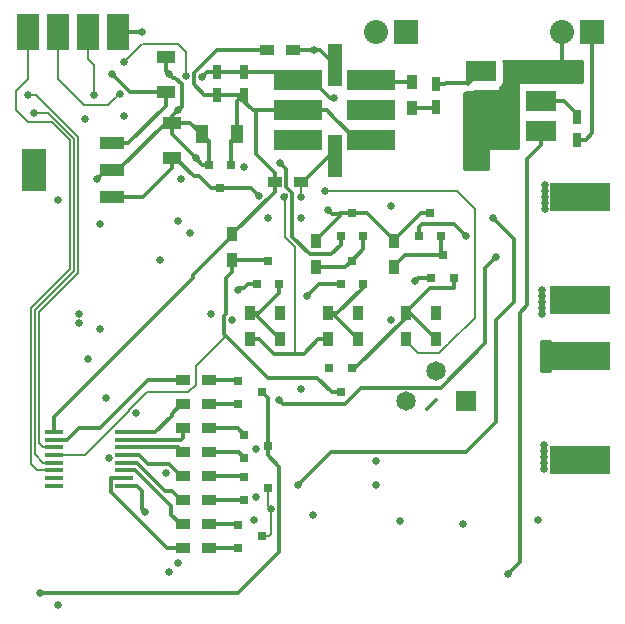
<source format=gbr>
G04 #@! TF.FileFunction,Copper,L4,Bot,Signal*
%FSLAX46Y46*%
G04 Gerber Fmt 4.6, Leading zero omitted, Abs format (unit mm)*
G04 Created by KiCad (PCBNEW (2015-03-31 BZR 5561)-product) date Tue 28 Apr 2015 10:13:20 PM CDT*
%MOMM*%
G01*
G04 APERTURE LIST*
%ADD10C,0.100000*%
%ADD11C,1.651000*%
%ADD12R,1.651000X1.651000*%
%ADD13R,2.032000X3.657600*%
%ADD14R,2.032000X1.016000*%
%ADD15R,0.750000X1.200000*%
%ADD16R,2.540000X1.651000*%
%ADD17R,1.200000X0.900000*%
%ADD18R,0.900000X1.200000*%
%ADD19R,4.150000X1.700000*%
%ADD20R,1.300000X3.540000*%
%ADD21R,1.600000X1.000000*%
%ADD22R,1.000000X1.600000*%
%ADD23R,0.800100X0.800100*%
%ADD24R,1.500000X0.450000*%
%ADD25R,5.080000X2.413000*%
%ADD26R,2.032000X2.032000*%
%ADD27O,2.032000X2.032000*%
%ADD28R,1.905000X3.048000*%
%ADD29C,0.635000*%
%ADD30C,0.355600*%
%ADD31C,0.177800*%
%ADD32C,0.254000*%
G04 APERTURE END LIST*
D10*
D11*
X107696000Y-134366000D03*
X110236000Y-131826000D03*
D12*
X112776000Y-134366000D03*
D13*
X76200000Y-114808000D03*
D14*
X82804000Y-114808000D03*
X82804000Y-117094000D03*
X82804000Y-112522000D03*
D15*
X91694000Y-108392000D03*
X91694000Y-106492000D03*
X93980000Y-108392000D03*
X93980000Y-106492000D03*
D16*
X119126000Y-106426000D03*
X119126000Y-108966000D03*
X119126000Y-111506000D03*
X114046000Y-111506000D03*
X114046000Y-108966000D03*
X114046000Y-106426000D03*
D15*
X110236000Y-107508000D03*
X110236000Y-109408000D03*
X122174000Y-112202000D03*
X122174000Y-110302000D03*
D17*
X98128000Y-104648000D03*
X95928000Y-104648000D03*
X98806000Y-115824000D03*
X96606000Y-115824000D03*
D18*
X108204000Y-109558000D03*
X108204000Y-107358000D03*
D19*
X98552000Y-112268000D03*
X98552000Y-109728000D03*
X98552000Y-107188000D03*
X104752000Y-107188000D03*
X104752000Y-109728000D03*
X104752000Y-112268000D03*
D20*
X101652000Y-113580500D03*
X101652000Y-105875500D03*
D21*
X87376000Y-108180000D03*
X87376000Y-105180000D03*
X87884000Y-113768000D03*
X87884000Y-110768000D03*
D22*
X93424000Y-111760000D03*
X90424000Y-111760000D03*
D23*
X101224000Y-131572000D03*
X103124000Y-131572000D03*
X102174000Y-133570980D03*
X93487240Y-134554000D03*
X93487240Y-132654000D03*
X95486220Y-133604000D03*
X94013020Y-139126000D03*
X94013020Y-137226000D03*
X96012000Y-138176000D03*
X94013020Y-142682000D03*
X94013020Y-140782000D03*
X96012000Y-141732000D03*
X93487240Y-146746000D03*
X93487240Y-144846000D03*
X95486220Y-145796000D03*
D18*
X101092000Y-129116000D03*
X101092000Y-126916000D03*
X94488000Y-129116000D03*
X94488000Y-126916000D03*
X103632000Y-126916000D03*
X103632000Y-129116000D03*
X97028000Y-126916000D03*
X97028000Y-129116000D03*
X100076000Y-120820000D03*
X100076000Y-123020000D03*
X92964000Y-120228000D03*
X92964000Y-122428000D03*
X107696000Y-129116000D03*
X107696000Y-126916000D03*
X110236000Y-126916000D03*
X110236000Y-129116000D03*
X106680000Y-120820000D03*
X106680000Y-123020000D03*
D17*
X91016000Y-132588000D03*
X88816000Y-132588000D03*
X91016000Y-134620000D03*
X88816000Y-134620000D03*
X91016000Y-136652000D03*
X88816000Y-136652000D03*
X91016000Y-138684000D03*
X88816000Y-138684000D03*
X91016000Y-140716000D03*
X88816000Y-140716000D03*
X91016000Y-142748000D03*
X88816000Y-142748000D03*
X91016000Y-144780000D03*
X88816000Y-144780000D03*
X91016000Y-146812000D03*
X88816000Y-146812000D03*
D24*
X83820000Y-136958000D03*
X83820000Y-137608000D03*
X83820000Y-138258000D03*
X83820000Y-138908000D03*
X83820000Y-139558000D03*
X83820000Y-140208000D03*
X83820000Y-140858000D03*
X83820000Y-141508000D03*
X77920000Y-141508000D03*
X77920000Y-140858000D03*
X77920000Y-140208000D03*
X77920000Y-139558000D03*
X77920000Y-138908000D03*
X77920000Y-138258000D03*
X77920000Y-137608000D03*
X77920000Y-136958000D03*
D23*
X104074000Y-124444760D03*
X102174000Y-124444760D03*
X103124000Y-122445780D03*
X96962000Y-124444760D03*
X95062000Y-124444760D03*
X96012000Y-122445780D03*
X104074000Y-120380760D03*
X102174000Y-120380760D03*
X103124000Y-118381780D03*
X111760000Y-123952000D03*
X109860000Y-123952000D03*
X110810000Y-121953020D03*
X110678000Y-120380760D03*
X108778000Y-120380760D03*
X109728000Y-118381780D03*
X90998000Y-114315240D03*
X92898000Y-114315240D03*
X91948000Y-116314220D03*
D25*
X122428000Y-130556000D03*
X122428000Y-139319000D03*
X122428000Y-117030500D03*
X122428000Y-125793500D03*
D26*
X107696000Y-103124000D03*
D27*
X105156000Y-103124000D03*
D26*
X123444000Y-103124000D03*
D27*
X120904000Y-103124000D03*
D28*
X80772000Y-103124000D03*
X78232000Y-103124000D03*
X75692000Y-103124000D03*
X83312000Y-103124000D03*
D29*
X119380000Y-140081000D03*
X119380000Y-139573000D03*
X119380000Y-139065000D03*
X119380000Y-138557000D03*
X119380000Y-138049000D03*
X119253000Y-127000000D03*
X119253000Y-126492000D03*
X119253000Y-125984000D03*
X119253000Y-125476000D03*
X119253000Y-124968000D03*
X119507000Y-118110000D03*
X119507000Y-117602000D03*
X119507000Y-117094000D03*
X119507000Y-116586000D03*
X119507000Y-116078000D03*
X85344000Y-103124000D03*
X87615855Y-106665855D03*
X90424000Y-106934000D03*
X85598000Y-143764000D03*
X81534000Y-115570000D03*
X93472000Y-124968000D03*
X88392000Y-109728000D03*
X122174000Y-106934000D03*
X116078000Y-111506000D03*
X122174000Y-105918000D03*
X121158000Y-106934000D03*
X121158000Y-105918000D03*
X116332000Y-107950000D03*
X117016881Y-106757119D03*
X113792000Y-114300000D03*
X113792000Y-113284000D03*
X116078000Y-110236000D03*
X116078000Y-108966000D03*
X106426000Y-117856000D03*
X108458000Y-124206000D03*
X106426000Y-127508000D03*
X88646000Y-115570000D03*
X83820000Y-110236000D03*
X80518000Y-110490000D03*
X78232000Y-151638000D03*
X98806000Y-133350000D03*
X98806000Y-118872000D03*
X96012000Y-118872000D03*
X99314000Y-125476000D03*
X105156000Y-141478000D03*
X105156000Y-139446000D03*
X94996000Y-138430000D03*
X94996000Y-142494000D03*
X87630000Y-148844000D03*
X88392000Y-148082000D03*
X82550000Y-139192000D03*
X87376000Y-140462000D03*
X80772000Y-130810000D03*
X84836000Y-135382000D03*
X82296000Y-134112000D03*
X92964000Y-127508000D03*
X91186000Y-127000000D03*
X81824702Y-128270000D03*
X80010000Y-127000000D03*
X80010000Y-127762000D03*
X88392000Y-119126000D03*
X89408000Y-120142000D03*
X86868000Y-122428000D03*
X78232000Y-117348000D03*
X81788000Y-119380000D03*
X112522000Y-144780000D03*
X107188000Y-144526000D03*
X99822000Y-144018000D03*
X101600000Y-108712000D03*
X94867479Y-144387118D03*
X119380000Y-130556000D03*
X119380000Y-131064000D03*
X119380000Y-130048000D03*
X119380000Y-129540000D03*
X119380000Y-131572000D03*
X89916000Y-113792000D03*
X93980000Y-114554000D03*
X118872000Y-144399000D03*
X116332000Y-148971000D03*
X112776000Y-120396000D03*
X115316000Y-122174000D03*
X96951000Y-134289000D03*
X76708000Y-150622000D03*
X97028000Y-114173000D03*
X99951868Y-104648000D03*
X98806000Y-117094000D03*
X83479678Y-108318280D03*
X82804000Y-106680000D03*
X101092000Y-118173490D03*
X95274993Y-116972765D03*
X96266000Y-143510000D03*
X98552000Y-141478000D03*
X115062000Y-118872000D03*
X83820000Y-105664000D03*
X97396280Y-117043180D03*
X89045368Y-106816922D03*
X81280000Y-108458000D03*
X100838000Y-116586000D03*
X76200000Y-109982000D03*
X75692000Y-108458000D03*
D30*
X109474000Y-135001000D02*
X110236000Y-134239000D01*
X83312000Y-103124000D02*
X85344000Y-103124000D01*
X120904000Y-103124000D02*
X120904000Y-105664000D01*
X120904000Y-105664000D02*
X121158000Y-105918000D01*
X87376000Y-106426000D02*
X87615855Y-106665855D01*
X87933354Y-106983354D02*
X87615855Y-106665855D01*
X87376000Y-105180000D02*
X87376000Y-106426000D01*
X88709499Y-109410501D02*
X88709499Y-107527697D01*
X88392000Y-109728000D02*
X88709499Y-109410501D01*
X88709499Y-107527697D02*
X88165156Y-106983354D01*
X88165156Y-106983354D02*
X87933354Y-106983354D01*
X91694000Y-106492000D02*
X90866000Y-106492000D01*
X90866000Y-106492000D02*
X90424000Y-106934000D01*
X85344000Y-141926400D02*
X85344000Y-143510000D01*
X85344000Y-143510000D02*
X85598000Y-143764000D01*
X83820000Y-141508000D02*
X84925600Y-141508000D01*
X84925600Y-141508000D02*
X85344000Y-141926400D01*
X82804000Y-114808000D02*
X82296000Y-114808000D01*
X82296000Y-114808000D02*
X81534000Y-115570000D01*
X82804000Y-114808000D02*
X83312000Y-114808000D01*
X83312000Y-114808000D02*
X87352000Y-110768000D01*
X87352000Y-110768000D02*
X87884000Y-110768000D01*
X102174000Y-124444760D02*
X100345240Y-124444760D01*
X100345240Y-124444760D02*
X99314000Y-125476000D01*
X93980000Y-124771110D02*
X93668890Y-124771110D01*
X93668890Y-124771110D02*
X93472000Y-124968000D01*
X95062000Y-124444760D02*
X94306350Y-124444760D01*
X94306350Y-124444760D02*
X93980000Y-124771110D01*
X109860000Y-123952000D02*
X108712000Y-123952000D01*
X108712000Y-123952000D02*
X108458000Y-124206000D01*
X87884000Y-110768000D02*
X87884000Y-110236000D01*
X87884000Y-110236000D02*
X88392000Y-109728000D01*
X90998000Y-114315240D02*
X90998000Y-112334000D01*
X90998000Y-112334000D02*
X90424000Y-111760000D01*
X87884000Y-110768000D02*
X89432000Y-110768000D01*
X89432000Y-110768000D02*
X90424000Y-111760000D01*
X121666000Y-106426000D02*
X122174000Y-106934000D01*
X119126000Y-106426000D02*
X121666000Y-106426000D01*
X121666000Y-106426000D02*
X122174000Y-105918000D01*
X120650000Y-106426000D02*
X121158000Y-106934000D01*
X119126000Y-106426000D02*
X120650000Y-106426000D01*
X120650000Y-106426000D02*
X121158000Y-105918000D01*
X119126000Y-106426000D02*
X117856000Y-106426000D01*
X117856000Y-106426000D02*
X116332000Y-107950000D01*
X116078000Y-107696000D02*
X117016881Y-106757119D01*
X119126000Y-106426000D02*
X117348000Y-106426000D01*
X117348000Y-106426000D02*
X117016881Y-106757119D01*
X114046000Y-111506000D02*
X114046000Y-114046000D01*
X114046000Y-114046000D02*
X113792000Y-114300000D01*
X114046000Y-111506000D02*
X114046000Y-113030000D01*
X114046000Y-113030000D02*
X113792000Y-113284000D01*
X114046000Y-111506000D02*
X114808000Y-111506000D01*
X114808000Y-111506000D02*
X116078000Y-110236000D01*
X114046000Y-111506000D02*
X116078000Y-111506000D01*
X114046000Y-108966000D02*
X116078000Y-108966000D01*
X116078000Y-108559600D02*
X116078000Y-107696000D01*
X114046000Y-108966000D02*
X115671600Y-108966000D01*
X115671600Y-108966000D02*
X116078000Y-108559600D01*
X114046000Y-111506000D02*
X114046000Y-108966000D01*
X93980000Y-106492000D02*
X97856000Y-106492000D01*
X97856000Y-106492000D02*
X98552000Y-107188000D01*
X93980000Y-106492000D02*
X91694000Y-106492000D01*
X87584000Y-110768000D02*
X87884000Y-110768000D01*
X101301000Y-108712000D02*
X101600000Y-108712000D01*
X99777000Y-107188000D02*
X101301000Y-108712000D01*
X98552000Y-107188000D02*
X99777000Y-107188000D01*
X119380000Y-130556000D02*
X119380000Y-131064000D01*
X119380000Y-130048000D02*
X119380000Y-129540000D01*
X119380000Y-131572000D02*
X119380000Y-129540000D01*
X90998000Y-114315240D02*
X90439240Y-114315240D01*
X90439240Y-114315240D02*
X89916000Y-113792000D01*
X87884000Y-110768000D02*
X87884000Y-111760000D01*
X87884000Y-111760000D02*
X89916000Y-113792000D01*
X119126000Y-112687100D02*
X119126000Y-111506000D01*
X117983000Y-113830100D02*
X119126000Y-112687100D01*
X117983000Y-126238000D02*
X117983000Y-113830100D01*
X117348010Y-126872990D02*
X117983000Y-126238000D01*
X117348010Y-147954990D02*
X117348010Y-126872990D01*
X116332000Y-148971000D02*
X117348010Y-147954990D01*
X111760000Y-119380000D02*
X109023110Y-119380000D01*
X109023110Y-119380000D02*
X108778000Y-119625110D01*
X108778000Y-119625110D02*
X108778000Y-120380760D01*
X112776000Y-120396000D02*
X111760000Y-119380000D01*
X115316000Y-122174000D02*
X114427000Y-123063000D01*
X114427000Y-123063000D02*
X114427000Y-129413000D01*
X114427000Y-129413000D02*
X110629701Y-133210299D01*
X103929143Y-133210299D02*
X102532943Y-134606499D01*
X110629701Y-133210299D02*
X103929143Y-133210299D01*
X102532943Y-134606499D02*
X97268499Y-134606499D01*
X97268499Y-134606499D02*
X96951000Y-134289000D01*
X96012000Y-138176000D02*
X96012000Y-134112000D01*
X95994220Y-134112000D02*
X95486220Y-133604000D01*
X96012000Y-134112000D02*
X95994220Y-134112000D01*
X96012000Y-138176000D02*
X96012000Y-138931650D01*
X77157012Y-150622000D02*
X76708000Y-150622000D01*
X96964501Y-147129499D02*
X93472000Y-150622000D01*
X96012000Y-138931650D02*
X96964501Y-139884151D01*
X96964501Y-139884151D02*
X96964501Y-147129499D01*
X93472000Y-150622000D02*
X77157012Y-150622000D01*
X102174000Y-121136410D02*
X101390410Y-121920000D01*
X102174000Y-120380760D02*
X102174000Y-121136410D01*
X97536201Y-115109839D02*
X97536000Y-115109638D01*
X97536201Y-116224503D02*
X97536201Y-115109839D01*
X98043981Y-116732283D02*
X97536201Y-116224503D01*
X98043981Y-120432343D02*
X98043981Y-116732283D01*
X99531638Y-121920000D02*
X98043981Y-120432343D01*
X101390410Y-121920000D02*
X99531638Y-121920000D01*
X97536201Y-114681201D02*
X97536201Y-115109839D01*
X97028000Y-114173000D02*
X97536201Y-114681201D01*
X122174000Y-112202000D02*
X122904600Y-112202000D01*
X122904600Y-112202000D02*
X123444000Y-111662600D01*
X123444000Y-111662600D02*
X123444000Y-103124000D01*
X112964000Y-107508000D02*
X113075276Y-107396724D01*
X113075276Y-107396724D02*
X114046000Y-106426000D01*
X110966600Y-107508000D02*
X111077876Y-107396724D01*
X111077876Y-107396724D02*
X113075276Y-107396724D01*
X110236000Y-107508000D02*
X110966600Y-107508000D01*
X90963400Y-108392000D02*
X91694000Y-108392000D01*
X90594218Y-108392000D02*
X90963400Y-108392000D01*
X89725499Y-107523281D02*
X90594218Y-108392000D01*
X89725499Y-106598719D02*
X89725499Y-107523281D01*
X91676218Y-104648000D02*
X89725499Y-106598719D01*
X95928000Y-104648000D02*
X91676218Y-104648000D01*
X89662000Y-123952000D02*
X89662000Y-123680000D01*
X89662000Y-123680000D02*
X92964000Y-120378000D01*
X92964000Y-120378000D02*
X92964000Y-120228000D01*
X77920000Y-135694000D02*
X89662000Y-123952000D01*
X77920000Y-136958000D02*
X77920000Y-135694000D01*
X93424000Y-111760000D02*
X93424000Y-108948000D01*
X93424000Y-108948000D02*
X93980000Y-108392000D01*
X92898000Y-114315240D02*
X92898000Y-112286000D01*
X92898000Y-112286000D02*
X93424000Y-111760000D01*
X94732043Y-109728000D02*
X94868664Y-109728000D01*
X94868664Y-109728000D02*
X98552000Y-109728000D01*
X101600000Y-110345400D02*
X101604400Y-110345400D01*
X101604400Y-110345400D02*
X103527000Y-112268000D01*
X103527000Y-112268000D02*
X104752000Y-112268000D01*
X98552000Y-109728000D02*
X100982600Y-109728000D01*
X100982600Y-109728000D02*
X101600000Y-110345400D01*
X93396043Y-108392000D02*
X93980000Y-108392000D01*
X91694000Y-108392000D02*
X93396043Y-108392000D01*
X93396043Y-108392000D02*
X94732043Y-109728000D01*
X96606000Y-115824000D02*
X96606000Y-116629600D01*
X96606000Y-116629600D02*
X93007600Y-120228000D01*
X93007600Y-120228000D02*
X92964000Y-120228000D01*
X94996000Y-113408400D02*
X94996000Y-109855336D01*
X96606000Y-115824000D02*
X96606000Y-115018400D01*
X96606000Y-115018400D02*
X94996000Y-113408400D01*
X94996000Y-109855336D02*
X94868664Y-109728000D01*
X108204000Y-109558000D02*
X110086000Y-109558000D01*
X110086000Y-109558000D02*
X110236000Y-109408000D01*
X122174000Y-110077000D02*
X122174000Y-110302000D01*
X121063000Y-108966000D02*
X122174000Y-110077000D01*
X119126000Y-108966000D02*
X121063000Y-108966000D01*
X98128000Y-104648000D02*
X99951868Y-104648000D01*
X99951868Y-104648000D02*
X100424500Y-104648000D01*
X100424500Y-104648000D02*
X101652000Y-105875500D01*
D31*
X78232000Y-105610110D02*
X78232000Y-107111800D01*
X78232000Y-105410000D02*
X78232000Y-105610110D01*
X78232000Y-105610110D02*
X78232000Y-103124000D01*
X98806000Y-117094000D02*
X98806000Y-115824000D01*
D30*
X98806000Y-115824000D02*
X98956000Y-115824000D01*
X98956000Y-115824000D02*
X101199500Y-113580500D01*
X101199500Y-113580500D02*
X101652000Y-113580500D01*
D31*
X83162179Y-108635779D02*
X83479678Y-108318280D01*
X80429193Y-109308993D02*
X82488965Y-109308993D01*
X78232000Y-107111800D02*
X80429193Y-109308993D01*
X82488965Y-109308993D02*
X83162179Y-108635779D01*
D30*
X108204000Y-107358000D02*
X104922000Y-107358000D01*
X104922000Y-107358000D02*
X104752000Y-107188000D01*
X87376000Y-108180000D02*
X84304000Y-108180000D01*
X84304000Y-108180000D02*
X82804000Y-106680000D01*
X82804000Y-112522000D02*
X84175600Y-112522000D01*
X84175600Y-112522000D02*
X87376000Y-109321600D01*
X87376000Y-109321600D02*
X87376000Y-108180000D01*
X82804000Y-117094000D02*
X85413600Y-117094000D01*
X85413600Y-117094000D02*
X87884000Y-114623600D01*
X87884000Y-114623600D02*
X87884000Y-113768000D01*
X87860000Y-113792000D02*
X87884000Y-113768000D01*
X101092000Y-118173490D02*
X101409499Y-118490989D01*
X101409499Y-118490989D02*
X101981011Y-118490989D01*
X101981011Y-118490989D02*
X102090220Y-118381780D01*
X106680000Y-120820000D02*
X106680000Y-120670000D01*
X106680000Y-120670000D02*
X108968220Y-118381780D01*
X108968220Y-118381780D02*
X108972350Y-118381780D01*
X108972350Y-118381780D02*
X109728000Y-118381780D01*
X103124000Y-118381780D02*
X104391780Y-118381780D01*
X104391780Y-118381780D02*
X106680000Y-120670000D01*
X102090220Y-118381780D02*
X102090220Y-118655780D01*
X102090220Y-118655780D02*
X100076000Y-120670000D01*
X100076000Y-120670000D02*
X100076000Y-120820000D01*
X103124000Y-118381780D02*
X102090220Y-118381780D01*
X87654000Y-113538000D02*
X87884000Y-113768000D01*
X91948000Y-116314220D02*
X94616448Y-116314220D01*
X94616448Y-116314220D02*
X95274993Y-116972765D01*
X91948000Y-116314220D02*
X91192350Y-116314220D01*
X91192350Y-116314220D02*
X90194130Y-115316000D01*
X90194130Y-115316000D02*
X89732000Y-115316000D01*
X89732000Y-115316000D02*
X88184000Y-113768000D01*
X88184000Y-113768000D02*
X87884000Y-113768000D01*
X103124000Y-131572000D02*
X103395782Y-131572000D01*
X103395782Y-131572000D02*
X107696000Y-127271782D01*
X107696000Y-127271782D02*
X107696000Y-126916000D01*
X107696000Y-126916000D02*
X108036000Y-126916000D01*
X108036000Y-126916000D02*
X110236000Y-129116000D01*
X111760000Y-123952000D02*
X111760000Y-124707650D01*
X111734599Y-124733051D02*
X109728949Y-124733051D01*
X111760000Y-124707650D02*
X111734599Y-124733051D01*
X109728949Y-124733051D02*
X107696000Y-126766000D01*
X107696000Y-126766000D02*
X107696000Y-126916000D01*
D31*
X77920000Y-138908000D02*
X80548000Y-138908000D01*
X84277199Y-135113775D02*
X85786974Y-133604000D01*
X80548000Y-138908000D02*
X84277199Y-135178801D01*
X84277199Y-135178801D02*
X84277199Y-135113775D01*
X85786974Y-133604000D02*
X89284342Y-133604000D01*
X89284342Y-133604000D02*
X89916000Y-132972342D01*
X89916000Y-132972342D02*
X89916000Y-131383026D01*
X89916000Y-131383026D02*
X92265499Y-129033527D01*
X92265499Y-129033527D02*
X92265499Y-128629301D01*
D30*
X92964000Y-122428000D02*
X92964000Y-123383600D01*
X92964000Y-123383600D02*
X92456000Y-123891600D01*
X92456000Y-123891600D02*
X92456000Y-126982218D01*
X92456000Y-126982218D02*
X92265499Y-127172719D01*
X92265499Y-127172719D02*
X92265499Y-128629301D01*
X92265499Y-128629301D02*
X95989249Y-132353051D01*
X100200421Y-132353051D02*
X101418350Y-133570980D01*
X95989249Y-132353051D02*
X100200421Y-132353051D01*
X101418350Y-133570980D02*
X102174000Y-133570980D01*
X92964000Y-122428000D02*
X95994220Y-122428000D01*
X95994220Y-122428000D02*
X96012000Y-122445780D01*
X93421240Y-134620000D02*
X93487240Y-134554000D01*
X91016000Y-134620000D02*
X93421240Y-134620000D01*
X93421240Y-132588000D02*
X93487240Y-132654000D01*
X91016000Y-132588000D02*
X93421240Y-132588000D01*
X93571020Y-138684000D02*
X94013020Y-139126000D01*
X91016000Y-138684000D02*
X93571020Y-138684000D01*
X93439020Y-136652000D02*
X94013020Y-137226000D01*
X91016000Y-136652000D02*
X93439020Y-136652000D01*
X93947020Y-142748000D02*
X94013020Y-142682000D01*
X91016000Y-142748000D02*
X93947020Y-142748000D01*
X93947020Y-140716000D02*
X94013020Y-140782000D01*
X91016000Y-140716000D02*
X93947020Y-140716000D01*
D31*
X96266000Y-143510000D02*
X96266000Y-145594070D01*
X96012000Y-143256000D02*
X96266000Y-143510000D01*
X96266000Y-145594070D02*
X96064070Y-145796000D01*
X96064070Y-145796000D02*
X95486220Y-145796000D01*
X96012000Y-141732000D02*
X96012000Y-143256000D01*
D30*
X115316000Y-136144000D02*
X112776000Y-138684000D01*
X101346000Y-138684000D02*
X98552000Y-141478000D01*
X112776000Y-138684000D02*
X101346000Y-138684000D01*
X116840000Y-125984000D02*
X115316000Y-127508000D01*
X115316000Y-127508000D02*
X115316000Y-136144000D01*
X115062000Y-118872000D02*
X116840000Y-120650000D01*
X116840000Y-120650000D02*
X116840000Y-125984000D01*
X93421240Y-146812000D02*
X93487240Y-146746000D01*
X91016000Y-146812000D02*
X93421240Y-146812000D01*
X93421240Y-144780000D02*
X93487240Y-144846000D01*
X91016000Y-144780000D02*
X93421240Y-144780000D01*
D31*
X83820000Y-105664000D02*
X85344000Y-104140000D01*
X86360000Y-104140000D02*
X86479334Y-104140000D01*
X86479334Y-104140000D02*
X88392000Y-104140000D01*
X85458300Y-104140000D02*
X86479334Y-104140000D01*
X97460574Y-117043180D02*
X97396280Y-117043180D01*
X97599877Y-116903877D02*
X97460574Y-117043180D01*
X89045368Y-106367910D02*
X89045368Y-106816922D01*
X89045368Y-104793368D02*
X89045368Y-106367910D01*
X88392000Y-104140000D02*
X89045368Y-104793368D01*
X97599877Y-116903877D02*
X97536000Y-116840000D01*
D30*
X98340930Y-130342400D02*
X96520000Y-130342400D01*
X99060000Y-130342400D02*
X98340930Y-130342400D01*
X96520000Y-130342400D02*
X95293600Y-129116000D01*
X95293600Y-129116000D02*
X94488000Y-129116000D01*
X101092000Y-129116000D02*
X100286400Y-129116000D01*
X100286400Y-129116000D02*
X99060000Y-130342400D01*
D31*
X98340930Y-130342400D02*
X98340930Y-121322003D01*
X98340930Y-121322003D02*
X97497890Y-120478963D01*
X97497890Y-120478963D02*
X97497890Y-117005864D01*
X97497890Y-117005864D02*
X97599877Y-116903877D01*
D30*
X100076000Y-123020000D02*
X102549780Y-123020000D01*
X102549780Y-123020000D02*
X103124000Y-122445780D01*
X104074000Y-120380760D02*
X104074000Y-121495780D01*
X104074000Y-121495780D02*
X103124000Y-122445780D01*
D31*
X80772000Y-105410000D02*
X80772000Y-103124000D01*
X81280000Y-108458000D02*
X81280000Y-105918000D01*
X81280000Y-105918000D02*
X80772000Y-105410000D01*
X113538000Y-118110000D02*
X112014000Y-116586000D01*
X112014000Y-116586000D02*
X100838000Y-116586000D01*
X113538000Y-127298342D02*
X113538000Y-118110000D01*
X111296342Y-129540000D02*
X113538000Y-127298342D01*
X108732000Y-130302000D02*
X110534342Y-130302000D01*
X110534342Y-130302000D02*
X111296342Y-129540000D01*
X107696000Y-129116000D02*
X107696000Y-129266000D01*
X107696000Y-129266000D02*
X108732000Y-130302000D01*
D30*
X110810000Y-121953020D02*
X107596980Y-121953020D01*
X107596980Y-121953020D02*
X106680000Y-122870000D01*
X106680000Y-122870000D02*
X106680000Y-123020000D01*
X110678000Y-120380760D02*
X110678000Y-121821020D01*
X110678000Y-121821020D02*
X110810000Y-121953020D01*
X85852000Y-132588000D02*
X88816000Y-132588000D01*
X81788000Y-136652000D02*
X85852000Y-132588000D01*
X79025600Y-137608000D02*
X79981600Y-136652000D01*
X79981600Y-136652000D02*
X81788000Y-136652000D01*
X77920000Y-137608000D02*
X79025600Y-137608000D01*
X87860400Y-135425600D02*
X88666000Y-134620000D01*
X87860400Y-135575600D02*
X87860400Y-135425600D01*
X88666000Y-134620000D02*
X88816000Y-134620000D01*
X86478000Y-136958000D02*
X87860400Y-135575600D01*
X83820000Y-136958000D02*
X86478000Y-136958000D01*
X88665600Y-137608000D02*
X88816000Y-137457600D01*
X88816000Y-137457600D02*
X88816000Y-136652000D01*
X83820000Y-137608000D02*
X88665600Y-137608000D01*
X88390000Y-138258000D02*
X88816000Y-138684000D01*
X83820000Y-138258000D02*
X88390000Y-138258000D01*
X88666000Y-140716000D02*
X87650000Y-139700000D01*
X88816000Y-140716000D02*
X88666000Y-140716000D01*
X84925600Y-138908000D02*
X83820000Y-138908000D01*
X85071200Y-138908000D02*
X84925600Y-138908000D01*
X85863200Y-139700000D02*
X85071200Y-138908000D01*
X87650000Y-139700000D02*
X85863200Y-139700000D01*
X88666000Y-142748000D02*
X88816000Y-142748000D01*
X87860400Y-141942400D02*
X88666000Y-142748000D01*
X87315324Y-141942400D02*
X87860400Y-141942400D01*
X84930924Y-139558000D02*
X87315324Y-141942400D01*
X83820000Y-139558000D02*
X84930924Y-139558000D01*
X88666000Y-144780000D02*
X88816000Y-144780000D01*
X87834999Y-143948999D02*
X88666000Y-144780000D01*
X87834999Y-143252351D02*
X87834999Y-143948999D01*
X84790648Y-140208000D02*
X87834999Y-143252351D01*
X83820000Y-140208000D02*
X84790648Y-140208000D01*
X87860400Y-146812000D02*
X88816000Y-146812000D01*
X87463198Y-146812000D02*
X87860400Y-146812000D01*
X82688999Y-142037801D02*
X87463198Y-146812000D01*
X82688999Y-140883401D02*
X82688999Y-142037801D01*
X82714400Y-140858000D02*
X82688999Y-140883401D01*
X83820000Y-140858000D02*
X82714400Y-140858000D01*
D31*
X75692000Y-105410000D02*
X75692000Y-103124000D01*
X74676000Y-109728000D02*
X74676000Y-108127800D01*
X74676000Y-108127800D02*
X75692000Y-107111800D01*
X75692000Y-107111800D02*
X75692000Y-105410000D01*
X75692000Y-110744000D02*
X74676000Y-109728000D01*
X77724000Y-110744000D02*
X75692000Y-110744000D01*
X79248000Y-112268000D02*
X77724000Y-110744000D01*
X79248000Y-123190000D02*
X79248000Y-112268000D01*
X75946000Y-126492000D02*
X79248000Y-123190000D01*
X75946000Y-139700000D02*
X75946000Y-126492000D01*
X76454000Y-140208000D02*
X75946000Y-139700000D01*
X77920000Y-140208000D02*
X76454000Y-140208000D01*
X76276210Y-126628776D02*
X79578210Y-123326777D01*
X76649012Y-109982000D02*
X76200000Y-109982000D01*
X77428987Y-109982000D02*
X76649012Y-109982000D01*
X79578210Y-112131223D02*
X77428987Y-109982000D01*
X79578210Y-123326777D02*
X79578210Y-112131223D01*
X76276210Y-138842010D02*
X76276210Y-126628776D01*
X76992200Y-139558000D02*
X76276210Y-138842010D01*
X77920000Y-139558000D02*
X76992200Y-139558000D01*
X76992200Y-138258000D02*
X77920000Y-138258000D01*
X76606420Y-137872220D02*
X76992200Y-138258000D01*
X76606420Y-126765552D02*
X76606420Y-137872220D01*
X79908420Y-123463554D02*
X76606420Y-126765552D01*
X76371973Y-108458000D02*
X79908420Y-111994446D01*
X75692000Y-108458000D02*
X76371973Y-108458000D01*
X79908420Y-111994446D02*
X79908420Y-123463554D01*
D30*
X101092000Y-126916000D02*
X101432000Y-126916000D01*
X101432000Y-126916000D02*
X103632000Y-129116000D01*
X104074000Y-124444760D02*
X104074000Y-124739600D01*
X104074000Y-124739600D02*
X101897600Y-126916000D01*
X101897600Y-126916000D02*
X101092000Y-126916000D01*
X94488000Y-126916000D02*
X94828000Y-126916000D01*
X94828000Y-126916000D02*
X97028000Y-129116000D01*
X96962000Y-124444760D02*
X96962000Y-125200410D01*
X96962000Y-125200410D02*
X95246410Y-126916000D01*
X95246410Y-126916000D02*
X94488000Y-126916000D01*
D32*
G36*
X122631200Y-107315000D02*
X117221000Y-107315000D01*
X117221000Y-108078467D01*
X117208560Y-108140500D01*
X117208560Y-109791500D01*
X117221000Y-109855616D01*
X117221000Y-110618467D01*
X117208560Y-110680500D01*
X117208560Y-112331500D01*
X117221000Y-112395616D01*
X117221000Y-112903000D01*
X114681000Y-112903000D01*
X114681000Y-114681000D01*
X112649000Y-114681000D01*
X112649000Y-112776000D01*
X112649000Y-108256286D01*
X112652955Y-108258929D01*
X112964000Y-108320799D01*
X113275045Y-108258929D01*
X113538736Y-108082736D01*
X113544472Y-108077000D01*
X115697000Y-108077000D01*
X115697000Y-107760735D01*
X115770927Y-107712173D01*
X115913377Y-107501140D01*
X115963440Y-107251500D01*
X115963440Y-105600500D01*
X115951119Y-105537000D01*
X116586000Y-105537000D01*
X122631200Y-105537000D01*
X122631200Y-107315000D01*
X122631200Y-107315000D01*
G37*
X122631200Y-107315000D02*
X117221000Y-107315000D01*
X117221000Y-108078467D01*
X117208560Y-108140500D01*
X117208560Y-109791500D01*
X117221000Y-109855616D01*
X117221000Y-110618467D01*
X117208560Y-110680500D01*
X117208560Y-112331500D01*
X117221000Y-112395616D01*
X117221000Y-112903000D01*
X114681000Y-112903000D01*
X114681000Y-114681000D01*
X112649000Y-114681000D01*
X112649000Y-112776000D01*
X112649000Y-108256286D01*
X112652955Y-108258929D01*
X112964000Y-108320799D01*
X113275045Y-108258929D01*
X113538736Y-108082736D01*
X113544472Y-108077000D01*
X115697000Y-108077000D01*
X115697000Y-107760735D01*
X115770927Y-107712173D01*
X115913377Y-107501140D01*
X115963440Y-107251500D01*
X115963440Y-105600500D01*
X115951119Y-105537000D01*
X116586000Y-105537000D01*
X122631200Y-105537000D01*
X122631200Y-107315000D01*
G36*
X119888000Y-131826000D02*
X119126000Y-131826000D01*
X119126000Y-129286000D01*
X119888000Y-129286000D01*
X119888000Y-131826000D01*
X119888000Y-131826000D01*
G37*
X119888000Y-131826000D02*
X119126000Y-131826000D01*
X119126000Y-129286000D01*
X119888000Y-129286000D01*
X119888000Y-131826000D01*
M02*

</source>
